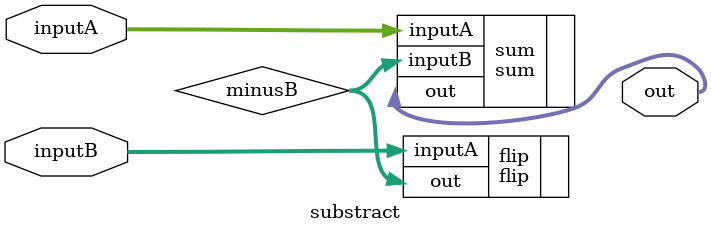
<source format=sv>
`timescale 1ns / 1ps

module substract(
    input logic[31:0] inputA, inputB,
    output logic [31:0] out
    );
    
    logic [31:0] minusB;
    
    flip flip(.inputA(inputB), .out(minusB));
    sum sum(.inputA(inputA), .inputB(minusB), .out(out));
endmodule

</source>
